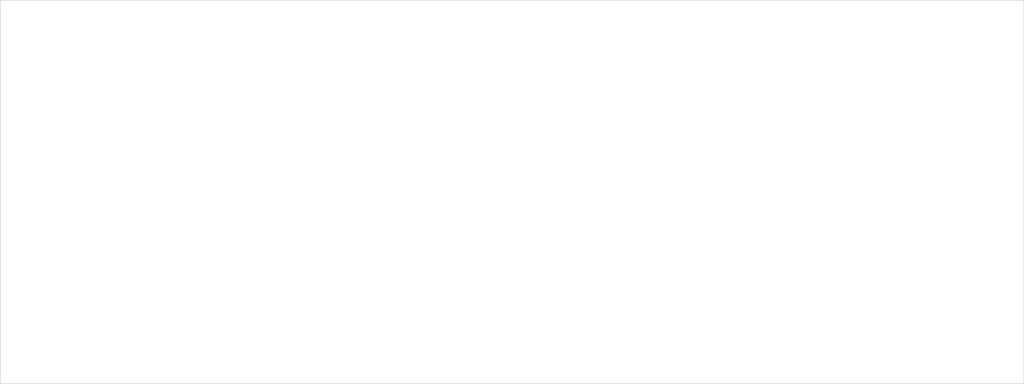
<source format=kicad_pcb>
(kicad_pcb
	(version 20241229)
	(generator "pcbnew")
	(generator_version "9.0")
	(general
		(thickness 1.6)
		(legacy_teardrops no)
	)
	(paper "A4")
	(layers
		(0 "F.Cu" signal)
		(2 "B.Cu" signal)
		(9 "F.Adhes" user "F.Adhesive")
		(11 "B.Adhes" user "B.Adhesive")
		(13 "F.Paste" user)
		(15 "B.Paste" user)
		(5 "F.SilkS" user "F.Silkscreen")
		(7 "B.SilkS" user "B.Silkscreen")
		(1 "F.Mask" user)
		(3 "B.Mask" user)
		(17 "Dwgs.User" user "User.Drawings")
		(19 "Cmts.User" user "User.Comments")
		(21 "Eco1.User" user "User.Eco1")
		(23 "Eco2.User" user "User.Eco2")
		(25 "Edge.Cuts" user)
		(27 "Margin" user)
		(31 "F.CrtYd" user "F.Courtyard")
		(29 "B.CrtYd" user "B.Courtyard")
		(35 "F.Fab" user)
		(33 "B.Fab" user)
		(39 "User.1" user)
		(41 "User.2" user)
		(43 "User.3" user)
		(45 "User.4" user)
	)
	(setup
		(pad_to_mask_clearance 0)
		(allow_soldermask_bridges_in_footprints no)
		(tenting front back)
		(pcbplotparams
			(layerselection 0x00000000_00000000_55555555_5755f5ff)
			(plot_on_all_layers_selection 0x00000000_00000000_00000000_00000000)
			(disableapertmacros no)
			(usegerberextensions no)
			(usegerberattributes yes)
			(usegerberadvancedattributes yes)
			(creategerberjobfile yes)
			(dashed_line_dash_ratio 12.000000)
			(dashed_line_gap_ratio 3.000000)
			(svgprecision 4)
			(plotframeref no)
			(mode 1)
			(useauxorigin no)
			(hpglpennumber 1)
			(hpglpenspeed 20)
			(hpglpendiameter 15.000000)
			(pdf_front_fp_property_popups yes)
			(pdf_back_fp_property_popups yes)
			(pdf_metadata yes)
			(pdf_single_document no)
			(dxfpolygonmode yes)
			(dxfimperialunits yes)
			(dxfusepcbnewfont yes)
			(psnegative no)
			(psa4output no)
			(plot_black_and_white yes)
			(plotinvisibletext no)
			(sketchpadsonfab no)
			(plotpadnumbers no)
			(hidednponfab no)
			(sketchdnponfab yes)
			(crossoutdnponfab yes)
			(subtractmaskfromsilk no)
			(outputformat 1)
			(mirror no)
			(drillshape 1)
			(scaleselection 1)
			(outputdirectory "")
		)
	)
	(net 0 "")
	(gr_rect
		(start 66.75 123)
		(end 146.75 153)
		(stroke
			(width 0.05)
			(type solid)
		)
		(fill no)
		(layer "Edge.Cuts")
		(uuid "931cbb31-0f7f-40ec-9de2-5a8e1ffb5b92")
	)
	(embedded_fonts no)
)

</source>
